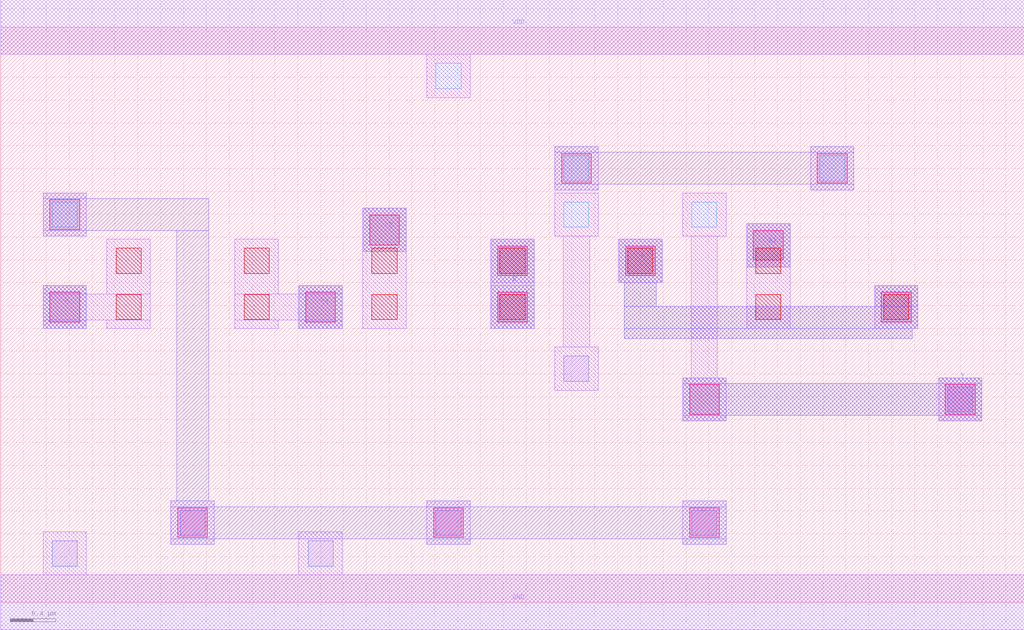
<source format=lef>
MACRO AOOAI213
 CLASS CORE ;
 FOREIGN AOOAI213 0 0 ;
 SIZE 8.96 BY 5.04 ;
 ORIGIN 0 0 ;
 SYMMETRY X Y R90 ;
 SITE unit ;
  PIN VDD
   DIRECTION INOUT ;
   USE POWER ;
   SHAPE ABUTMENT ;
    PORT
     CLASS CORE ;
       LAYER met1 ;
        RECT 0.00000000 4.80000000 8.96000000 5.28000000 ;
    END
  END VDD

  PIN GND
   DIRECTION INOUT ;
   USE POWER ;
   SHAPE ABUTMENT ;
    PORT
     CLASS CORE ;
       LAYER met1 ;
        RECT 0.00000000 -0.24000000 8.96000000 0.24000000 ;
    END
  END GND

  PIN Y
   DIRECTION INOUT ;
   USE SIGNAL ;
   SHAPE ABUTMENT ;
    PORT
     CLASS CORE ;
       LAYER met2 ;
        RECT 5.97000000 1.58700000 6.35000000 1.63700000 ;
        RECT 8.21000000 1.58700000 8.59000000 1.63700000 ;
        RECT 5.97000000 1.63700000 8.59000000 1.91700000 ;
        RECT 5.97000000 1.91700000 6.35000000 1.96700000 ;
        RECT 8.21000000 1.91700000 8.59000000 1.96700000 ;
    END
  END Y

  PIN C
   DIRECTION INOUT ;
   USE SIGNAL ;
   SHAPE ABUTMENT ;
    PORT
     CLASS CORE ;
       LAYER met2 ;
        RECT 0.37000000 2.39700000 0.75000000 2.77700000 ;
    END
  END C

  PIN C1
   DIRECTION INOUT ;
   USE SIGNAL ;
   SHAPE ABUTMENT ;
    PORT
     CLASS CORE ;
       LAYER met2 ;
        RECT 2.61000000 2.39700000 2.99000000 2.77700000 ;
    END
  END C1

  PIN A1
   DIRECTION INOUT ;
   USE SIGNAL ;
   SHAPE ABUTMENT ;
    PORT
     CLASS CORE ;
       LAYER met2 ;
        RECT 6.53000000 2.93700000 6.91000000 3.31700000 ;
    END
  END A1

  PIN C2
   DIRECTION INOUT ;
   USE SIGNAL ;
   SHAPE ABUTMENT ;
    PORT
     CLASS CORE ;
       LAYER met2 ;
        RECT 3.17000000 3.07200000 3.55000000 3.45200000 ;
    END
  END C2

  PIN B
   DIRECTION INOUT ;
   USE SIGNAL ;
   SHAPE ABUTMENT ;
    PORT
     CLASS CORE ;
       LAYER met2 ;
        RECT 4.29000000 2.39700000 4.67000000 3.18200000 ;
    END
  END B

  PIN A
   DIRECTION INOUT ;
   USE SIGNAL ;
   SHAPE ABUTMENT ;
    PORT
     CLASS CORE ;
       LAYER met2 ;
        RECT 5.46000000 2.31200000 7.98000000 2.39700000 ;
        RECT 5.46000000 2.39700000 8.03000000 2.59200000 ;
        RECT 7.65000000 2.59200000 8.03000000 2.77700000 ;
        RECT 5.46000000 2.59200000 5.74000000 2.80200000 ;
        RECT 5.41000000 2.80200000 5.79000000 3.18200000 ;
    END
  END A

 OBS
    LAYER polycont ;
     RECT 1.01000000 2.47700000 1.23000000 2.69700000 ;
     RECT 2.13000000 2.47700000 2.35000000 2.69700000 ;
     RECT 3.25000000 2.47700000 3.47000000 2.69700000 ;
     RECT 4.37000000 2.47700000 4.59000000 2.69700000 ;
     RECT 6.61000000 2.47700000 6.83000000 2.69700000 ;
     RECT 7.73000000 2.47700000 7.95000000 2.69700000 ;
     RECT 1.01000000 2.88200000 1.23000000 3.10200000 ;
     RECT 2.13000000 2.88200000 2.35000000 3.10200000 ;
     RECT 3.25000000 2.88200000 3.47000000 3.10200000 ;
     RECT 4.37000000 2.88200000 4.59000000 3.10200000 ;
     RECT 5.49000000 2.88200000 5.71000000 3.10200000 ;
     RECT 6.61000000 2.88200000 6.83000000 3.10200000 ;

    LAYER pdiffc ;
     RECT 0.45000000 3.28700000 0.67000000 3.50700000 ;
     RECT 4.93000000 3.28700000 5.15000000 3.50700000 ;
     RECT 6.05000000 3.28700000 6.27000000 3.50700000 ;
     RECT 4.93000000 3.69200000 5.15000000 3.91200000 ;
     RECT 7.17000000 3.69200000 7.39000000 3.91200000 ;
     RECT 3.81000000 4.50200000 4.03000000 4.72200000 ;

    LAYER ndiffc ;
     RECT 0.45000000 0.31700000 0.67000000 0.53700000 ;
     RECT 2.69000000 0.31700000 2.91000000 0.53700000 ;
     RECT 1.57000000 0.58700000 1.79000000 0.80700000 ;
     RECT 3.81000000 0.58700000 4.03000000 0.80700000 ;
     RECT 6.05000000 0.58700000 6.27000000 0.80700000 ;
     RECT 8.29000000 1.66700000 8.51000000 1.88700000 ;
     RECT 4.93000000 1.93700000 5.15000000 2.15700000 ;

    LAYER met1 ;
     RECT 0.00000000 -0.24000000 8.96000000 0.24000000 ;
     RECT 0.37000000 0.24000000 0.75000000 0.61700000 ;
     RECT 2.61000000 0.24000000 2.99000000 0.61700000 ;
     RECT 1.49000000 0.50700000 1.87000000 0.88700000 ;
     RECT 3.73000000 0.50700000 4.11000000 0.88700000 ;
     RECT 5.97000000 0.50700000 6.35000000 0.88700000 ;
     RECT 8.21000000 1.58700000 8.59000000 1.96700000 ;
     RECT 4.29000000 2.39700000 4.67000000 2.77700000 ;
     RECT 7.65000000 2.39700000 8.03000000 2.77700000 ;
     RECT 0.37000000 2.39700000 0.75000000 2.47200000 ;
     RECT 0.93000000 2.39700000 1.31000000 2.47200000 ;
     RECT 0.37000000 2.47200000 1.31000000 2.70200000 ;
     RECT 0.37000000 2.70200000 0.75000000 2.77700000 ;
     RECT 0.93000000 2.70200000 1.31000000 3.18200000 ;
     RECT 2.05000000 2.39700000 2.43000000 2.47200000 ;
     RECT 2.61000000 2.39700000 2.99000000 2.47200000 ;
     RECT 2.05000000 2.47200000 2.99000000 2.70200000 ;
     RECT 2.61000000 2.70200000 2.99000000 2.77700000 ;
     RECT 2.05000000 2.70200000 2.43000000 3.18200000 ;
     RECT 4.29000000 2.80200000 4.67000000 3.18200000 ;
     RECT 5.41000000 2.80200000 5.79000000 3.18200000 ;
     RECT 6.53000000 2.39700000 6.91000000 3.31700000 ;
     RECT 3.17000000 2.39700000 3.55000000 3.45200000 ;
     RECT 0.37000000 3.20700000 0.75000000 3.58700000 ;
     RECT 4.85000000 1.85700000 5.23000000 2.23700000 ;
     RECT 4.92500000 2.23700000 5.15500000 3.20700000 ;
     RECT 4.85000000 3.20700000 5.23000000 3.58700000 ;
     RECT 5.97000000 1.58700000 6.35000000 1.96700000 ;
     RECT 6.04500000 1.96700000 6.27500000 3.20700000 ;
     RECT 5.97000000 3.20700000 6.35000000 3.58700000 ;
     RECT 4.85000000 3.61200000 5.23000000 3.99200000 ;
     RECT 7.09000000 3.61200000 7.47000000 3.99200000 ;
     RECT 3.73000000 4.42200000 4.11000000 4.80000000 ;
     RECT 0.00000000 4.80000000 8.96000000 5.28000000 ;

    LAYER via1 ;
     RECT 1.55000000 0.56700000 1.81000000 0.82700000 ;
     RECT 3.79000000 0.56700000 4.05000000 0.82700000 ;
     RECT 6.03000000 0.56700000 6.29000000 0.82700000 ;
     RECT 6.03000000 1.64700000 6.29000000 1.90700000 ;
     RECT 8.27000000 1.64700000 8.53000000 1.90700000 ;
     RECT 0.43000000 2.45700000 0.69000000 2.71700000 ;
     RECT 2.67000000 2.45700000 2.93000000 2.71700000 ;
     RECT 4.35000000 2.45700000 4.61000000 2.71700000 ;
     RECT 7.71000000 2.45700000 7.97000000 2.71700000 ;
     RECT 4.35000000 2.86200000 4.61000000 3.12200000 ;
     RECT 5.47000000 2.86200000 5.73000000 3.12200000 ;
     RECT 6.59000000 2.99700000 6.85000000 3.25700000 ;
     RECT 3.23000000 3.13200000 3.49000000 3.39200000 ;
     RECT 0.43000000 3.26700000 0.69000000 3.52700000 ;
     RECT 4.91000000 3.67200000 5.17000000 3.93200000 ;
     RECT 7.15000000 3.67200000 7.41000000 3.93200000 ;

    LAYER met2 ;
     RECT 5.97000000 1.58700000 6.35000000 1.63700000 ;
     RECT 8.21000000 1.58700000 8.59000000 1.63700000 ;
     RECT 5.97000000 1.63700000 8.59000000 1.91700000 ;
     RECT 5.97000000 1.91700000 6.35000000 1.96700000 ;
     RECT 8.21000000 1.91700000 8.59000000 1.96700000 ;
     RECT 0.37000000 2.39700000 0.75000000 2.77700000 ;
     RECT 2.61000000 2.39700000 2.99000000 2.77700000 ;
     RECT 4.29000000 2.39700000 4.67000000 3.18200000 ;
     RECT 5.46000000 2.31200000 7.98000000 2.39700000 ;
     RECT 5.46000000 2.39700000 8.03000000 2.59200000 ;
     RECT 7.65000000 2.59200000 8.03000000 2.77700000 ;
     RECT 5.46000000 2.59200000 5.74000000 2.80200000 ;
     RECT 5.41000000 2.80200000 5.79000000 3.18200000 ;
     RECT 6.53000000 2.93700000 6.91000000 3.31700000 ;
     RECT 3.17000000 3.07200000 3.55000000 3.45200000 ;
     RECT 1.49000000 0.50700000 1.87000000 0.55700000 ;
     RECT 3.73000000 0.50700000 4.11000000 0.55700000 ;
     RECT 5.97000000 0.50700000 6.35000000 0.55700000 ;
     RECT 1.49000000 0.55700000 6.35000000 0.83700000 ;
     RECT 1.49000000 0.83700000 1.87000000 0.88700000 ;
     RECT 3.73000000 0.83700000 4.11000000 0.88700000 ;
     RECT 5.97000000 0.83700000 6.35000000 0.88700000 ;
     RECT 0.37000000 3.20700000 0.75000000 3.25700000 ;
     RECT 1.54000000 0.88700000 1.82000000 3.25700000 ;
     RECT 0.37000000 3.25700000 1.82000000 3.53700000 ;
     RECT 0.37000000 3.53700000 0.75000000 3.58700000 ;
     RECT 4.85000000 3.61200000 5.23000000 3.66200000 ;
     RECT 7.09000000 3.61200000 7.47000000 3.66200000 ;
     RECT 4.85000000 3.66200000 7.47000000 3.94200000 ;
     RECT 4.85000000 3.94200000 5.23000000 3.99200000 ;
     RECT 7.09000000 3.94200000 7.47000000 3.99200000 ;

 END
END AOOAI213

</source>
